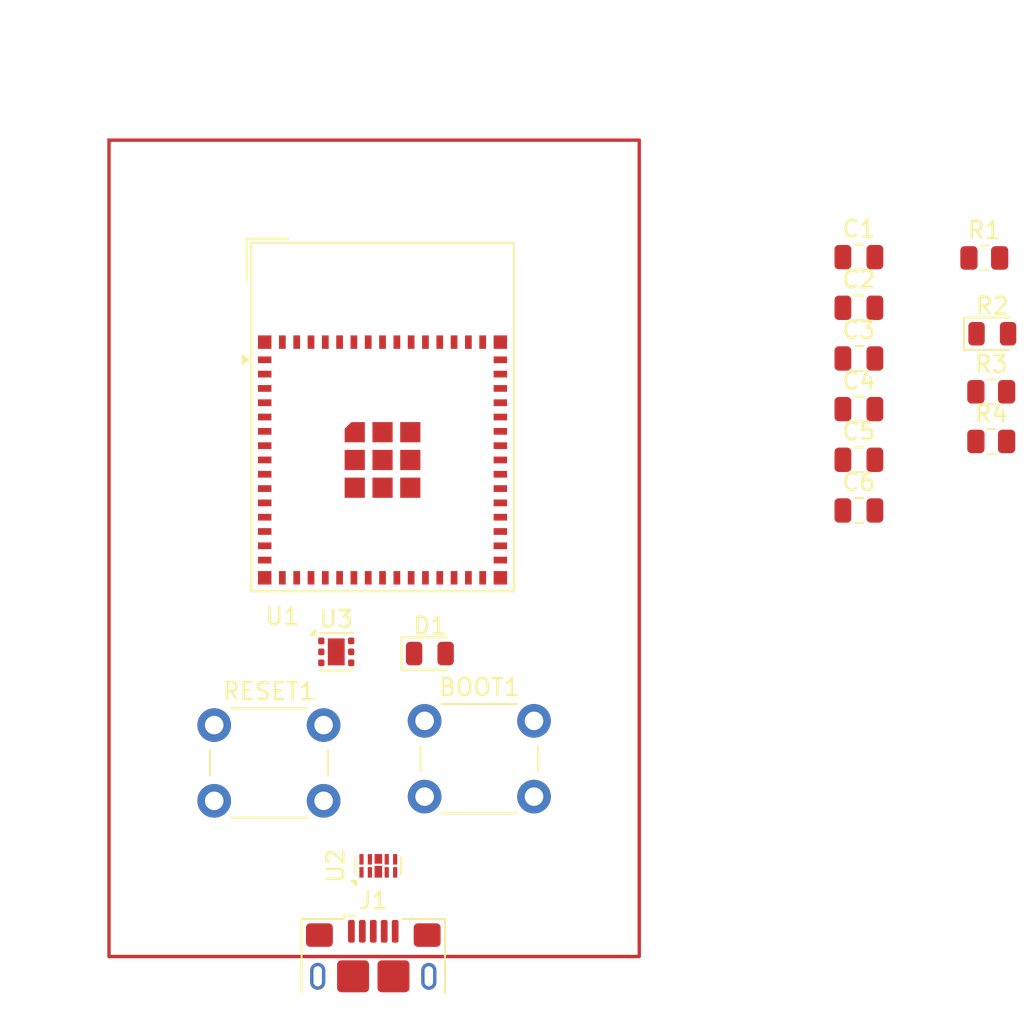
<source format=kicad_pcb>
(kicad_pcb (version 20240108) (generator "pcbnew") (generator_version "8.0")
  (layers (0 "F.Cu" signal) (31 "B.Cu" signal) (34 "B.Paste" user) (35 "F.Paste" user) (36 "B.SilkS" user "B.Silkscreen") (37 "F.SilkS" user "F.Silkscreen") (38 "B.Mask" user) (39 "F.Mask" user) (44 "Edge.Cuts" user))
  (net 0 "")
  (net 1 "Net-(U1-IO0)")
  (net 2 "GND")
  (net 3 "Net-(U1-3V3)")
  (net 4 "Net-(U1-EN)")
  (net 5 "Net-(U3-OUT)")
  (net 6 "Net-(U3-EN)")
  (net 7 "Net-(D1-A)")
  (net 8 "Net-(J1-VBUS)")
  (net 9 "Net-(J1-D-)")
  (net 10 "Net-(J1-D+)")
  (net 13 "Net-(U3-FB)")
  (footprint "Capacitor_SMD:C_0805_2012Metric" (layer "F.Cu") (at 173.05 62.46)
    (property "Reference" "C2" (at 0 -1.68 0) (layer "F.SilkS"))
    (property "Value" "0.1uF")
    (fp_line (start -0.261252 -0.735) (end 0.261252 -0.735) (stroke (width 0.12)) (layer "F.SilkS"))
    (fp_line (start -0.261252 0.735) (end 0.261252 0.735) (stroke (width 0.12)) (layer "F.SilkS"))
    (pad "1" smd roundrect (at -0.95 0) (size 1 1.45) (layers "F.Cu" "F.Paste" "F.Mask") (net 3 "Net-(U1-3V3)"))
    (pad "2" smd roundrect (at 0.95 0) (size 1 1.45) (layers "F.Cu" "F.Paste" "F.Mask") (net 2 "GND"))
  )
  (footprint "LED_SMD:LED_0805_2012Metric" (layer "F.Cu") (at 180.975 64)
    (property "Reference" "R2" (at 0 -1.65 0) (layer "F.SilkS"))
    (property "Value" "1M")
    (fp_line (start -1.685 -0.96) (end -1.685 0.96) (stroke (width 0.12)) (layer "F.SilkS"))
    (fp_line (start -1.685 0.96) (end 1 0.96) (stroke (width 0.12)) (layer "F.SilkS"))
    (fp_line (start 1 -0.96) (end -1.685 -0.96) (stroke (width 0.12)) (layer "F.SilkS"))
    (pad "1" smd roundrect (at -0.9375 0) (size 0.975 1.4) (layers "F.Cu" "F.Paste" "F.Mask") (net 5 "Net-(U3-OUT)"))
    (pad "2" smd roundrect (at 0.9375 0) (size 0.975 1.4) (layers "F.Cu" "F.Paste" "F.Mask") (net 13 "Net-(U3-FB)"))
  )
  (footprint "Connector_USB:USB_Micro-B_Amphenol_10118193-0002LF_Horizontal" (layer "F.Cu") (at 144.2 102.175)
    (property "Reference" "J1" (at 0 -4.5 0) (layer "F.SilkS"))
    (property "Value" "USB_B_Micro" (hide yes))
    (fp_line (start -4.26 -3.41) (end -4.26 0.95) (stroke (width 0.12)) (layer "F.SilkS"))
    (fp_line (start -4.26 -3.41) (end -1.76 -3.41) (stroke (width 0.12)) (layer "F.SilkS"))
    (fp_line (start -1.76 -3.41) (end -1.76 -3.61) (stroke (width 0.12)) (layer "F.SilkS"))
    (fp_line (start -1.1 -3.61) (end -1.76 -3.61) (stroke (width 0.12)) (layer "F.SilkS"))
    (fp_line (start 1.76 -3.41) (end 4.26 -3.41) (stroke (width 0.12)) (layer "F.SilkS"))
    (fp_line (start 4.26 -3.41) (end 4.26 0.95) (stroke (width 0.12)) (layer "F.SilkS"))
    (pad "1" smd roundrect (at -1.3 -2.675) (size 0.4 1.35) (layers "F.Cu" "F.Paste" "F.Mask") (net 8 "Net-(J1-VBUS)"))
    (pad "2" smd roundrect (at -0.65 -2.675) (size 0.4 1.35) (layers "F.Cu" "F.Paste" "F.Mask") (net 9 "Net-(J1-D-)"))
    (pad "3" smd roundrect (at 0 -2.675) (size 0.4 1.35) (layers "F.Cu" "F.Paste" "F.Mask") (net 10 "Net-(J1-D+)"))
    (pad "4" smd roundrect (at 0.65 -2.675) (size 0.4 1.35) (layers "F.Cu" "F.Paste" "F.Mask"))
    (pad "5" smd roundrect (at 1.3 -2.675) (size 0.4 1.35) (layers "F.Cu" "F.Paste" "F.Mask") (net 2 "GND"))
    (pad "6" thru_hole oval (at -3.3 0 90) (size 1.6 0.9) (drill oval 1.2 0.5) (layers "*.Cu" "*.Mask" "F.Paste") (net 2 "GND"))
    (pad "6" smd roundrect (at -3.2 -2.45) (size 1.6 1.4) (layers "F.Cu" "F.Paste" "F.Mask") (roundrect_rratio 0.1785714286) (net 2 "GND"))
    (pad "6" smd roundrect (at -1.2 0) (size 1.9 1.9) (layers "F.Cu" "F.Paste" "F.Mask") (roundrect_rratio 0.1315789474) (net 2 "GND"))
    (pad "6" smd roundrect (at 1.2 0) (size 1.9 1.9) (layers "F.Cu" "F.Paste" "F.Mask") (roundrect_rratio 0.1315789474) (net 2 "GND"))
    (pad "6" smd roundrect (at 3.2 -2.45) (size 1.6 1.4) (layers "F.Cu" "F.Paste" "F.Mask") (roundrect_rratio 0.1785714286) (net 2 "GND"))
    (pad "6" thru_hole oval (at 3.3 0 90) (size 1.6 0.9) (drill oval 1.2 0.5) (layers "*.Cu" "*.Mask" "F.Paste") (net 2 "GND"))
  )
  (footprint "Capacitor_SMD:C_0805_2012Metric" (layer "F.Cu") (at 173.05 68.48)
    (property "Reference" "C4" (at 0 -1.68 0) (layer "F.SilkS"))
    (property "Value" "0.1uF")
    (fp_line (start -0.261252 -0.735) (end 0.261252 -0.735) (stroke (width 0.12)) (layer "F.SilkS"))
    (fp_line (start -0.261252 0.735) (end 0.261252 0.735) (stroke (width 0.12)) (layer "F.SilkS"))
    (pad "1" smd roundrect (at -0.95 0) (size 1 1.45) (layers "F.Cu" "F.Paste" "F.Mask") (net 1 "Net-(U1-IO0)"))
    (pad "2" smd roundrect (at 0.95 0) (size 1 1.45) (layers "F.Cu" "F.Paste" "F.Mask") (net 2 "GND"))
  )
  (footprint "Button_Switch_THT:SW_PUSH_6mm" (layer "F.Cu") (at 134.75 87.25)
    (property "Reference" "RESET1" (at 3.25 -2 0) (layer "F.SilkS"))
    (property "Value" "~")
    (fp_line (start -0.25 1.5) (end -0.25 3) (stroke (width 0.12)) (layer "F.SilkS"))
    (fp_line (start 1 5.5) (end 5.5 5.5) (stroke (width 0.12)) (layer "F.SilkS"))
    (fp_line (start 5.5 -1) (end 1 -1) (stroke (width 0.12)) (layer "F.SilkS"))
    (fp_line (start 6.75 3) (end 6.75 1.5) (stroke (width 0.12)) (layer "F.SilkS"))
    (pad "1" thru_hole circle (at 0 0 90) (size 2 2) (drill 1.1) (layers "*.Cu" "*.Mask") (net 2 "GND"))
    (pad "1" thru_hole circle (at 6.5 0 90) (size 2 2) (drill 1.1) (layers "*.Cu" "*.Mask") (net 2 "GND"))
    (pad "2" thru_hole circle (at 0 4.5 90) (size 2 2) (drill 1.1) (layers "*.Cu" "*.Mask") (net 4 "Net-(U1-EN)"))
    (pad "2" thru_hole circle (at 6.5 4.5 90) (size 2 2) (drill 1.1) (layers "*.Cu" "*.Mask") (net 4 "Net-(U1-EN)"))
  )
  (footprint "Resistor_SMD:R_0805_2012Metric" (layer "F.Cu") (at 180.5 59.5)
    (property "Reference" "R1" (at 0 -1.65 0) (layer "F.SilkS"))
    (property "Value" "10k")
    (fp_line (start -0.227064 -0.735) (end 0.227064 -0.735) (stroke (width 0.12)) (layer "F.SilkS"))
    (fp_line (start -0.227064 0.735) (end 0.227064 0.735) (stroke (width 0.12)) (layer "F.SilkS"))
    (pad "1" smd roundrect (at -0.9125 0) (size 1.025 1.4) (layers "F.Cu" "F.Paste" "F.Mask") (roundrect_rratio 0.243902))
    (pad "2" smd roundrect (at 0.9125 0) (size 1.025 1.4) (layers "F.Cu" "F.Paste" "F.Mask") (roundrect_rratio 0.243902) (net 4 "Net-(U1-EN)"))
  )
  (footprint "LED_SMD:LED_0805_2012Metric" (layer "F.Cu") (at 147.5625 83)
    (property "Reference" "D1" (at 0 -1.65 0) (layer "F.SilkS"))
    (property "Value" "LED" (hide yes))
    (fp_line (start -1.685 -0.96) (end -1.685 0.96) (stroke (width 0.12)) (layer "F.SilkS"))
    (fp_line (start -1.685 0.96) (end 1 0.96) (stroke (width 0.12)) (layer "F.SilkS"))
    (fp_line (start 1 -0.96) (end -1.685 -0.96) (stroke (width 0.12)) (layer "F.SilkS"))
    (pad "1" smd roundrect (at -0.9375 0) (size 0.975 1.4) (layers "F.Cu" "F.Paste" "F.Mask") (net 2 "GND"))
    (pad "2" smd roundrect (at 0.9375 0) (size 0.975 1.4) (layers "F.Cu" "F.Paste" "F.Mask") (net 7 "Net-(D1-A)"))
  )
  (footprint "Capacitor_SMD:C_0805_2012Metric" (layer "F.Cu") (at 173.05 74.5)
    (property "Reference" "C6" (at 0 -1.68 0) (layer "F.SilkS"))
    (property "Value" "10uF")
    (fp_line (start -0.261252 -0.735) (end 0.261252 -0.735) (stroke (width 0.12)) (layer "F.SilkS"))
    (fp_line (start -0.261252 0.735) (end 0.261252 0.735) (stroke (width 0.12)) (layer "F.SilkS"))
    (pad "1" smd roundrect (at -0.95 0) (size 1 1.45) (layers "F.Cu" "F.Paste" "F.Mask") (net 6 "Net-(U3-EN)"))
    (pad "2" smd roundrect (at 0.95 0) (size 1 1.45) (layers "F.Cu" "F.Paste" "F.Mask") (net 2 "GND"))
  )
  (footprint "Capacitor_SMD:C_0805_2012Metric" (layer "F.Cu") (at 173.05 65.47)
    (property "Reference" "C3" (at 0 -1.68 0) (layer "F.SilkS"))
    (property "Value" "0.1uF")
    (fp_line (start -0.261252 -0.735) (end 0.261252 -0.735) (stroke (width 0.12)) (layer "F.SilkS"))
    (fp_line (start -0.261252 0.735) (end 0.261252 0.735) (stroke (width 0.12)) (layer "F.SilkS"))
    (pad "1" smd roundrect (at -0.95 0) (size 1 1.45) (layers "F.Cu" "F.Paste" "F.Mask") (net 4 "Net-(U1-EN)"))
    (pad "2" smd roundrect (at 0.95 0) (size 1 1.45) (layers "F.Cu" "F.Paste" "F.Mask") (net 2 "GND"))
  )
  (footprint "Capacitor_SMD:C_0805_2012Metric" (layer "F.Cu") (at 173.05 59.45)
    (property "Reference" "C1" (at 0 -1.68 0) (layer "F.SilkS"))
    (property "Value" "0.1uF")
    (fp_line (start -0.261252 -0.735) (end 0.261252 -0.735) (stroke (width 0.12)) (layer "F.SilkS"))
    (fp_line (start -0.261252 0.735) (end 0.261252 0.735) (stroke (width 0.12)) (layer "F.SilkS"))
    (pad "1" smd roundrect (at -0.95 0) (size 1 1.45) (layers "F.Cu" "F.Paste" "F.Mask") (net 3 "Net-(U1-3V3)"))
    (pad "2" smd roundrect (at 0.95 0) (size 1 1.45) (layers "F.Cu" "F.Paste" "F.Mask") (net 2 "GND"))
  )
  (footprint "Capacitor_SMD:C_0805_2012Metric" (layer "F.Cu") (at 173.05 71.49)
    (property "Reference" "C5" (at 0 -1.68 0) (layer "F.SilkS"))
    (property "Value" "10uF")
    (fp_line (start -0.261252 -0.735) (end 0.261252 -0.735) (stroke (width 0.12)) (layer "F.SilkS"))
    (fp_line (start -0.261252 0.735) (end 0.261252 0.735) (stroke (width 0.12)) (layer "F.SilkS"))
    (pad "1" smd roundrect (at -0.95 0) (size 1 1.45) (layers "F.Cu" "F.Paste" "F.Mask") (net 5 "Net-(U3-OUT)"))
    (pad "2" smd roundrect (at 0.95 0) (size 1 1.45) (layers "F.Cu" "F.Paste" "F.Mask") (net 2 "GND"))
  )
  (footprint "Package_DFN_QFN:Diodes_UDFN-10_1.0x2.5mm_P0.5mm" (layer "F.Cu") (at 144.5 95.6125 90)
    (property "Reference" "U2" (at 0 -2.54 90) (layer "F.SilkS"))
    (property "Value" "D3V3XA4B10LP" (hide yes))
    (fp_line (start 0.5 -1.36) (end -0.5 -1.36) (stroke (width 0.12)) (layer "F.SilkS"))
    (fp_line (start 0.5 1.36) (end -0.5 1.36) (stroke (width 0.12)) (layer "F.SilkS"))
    (fp_poly (pts (xy -0.89 -1.31) (xy -1.17 -1.31) (xy -0.89 -1.59) (xy -0.89 -1.31)) (stroke (width 0.12)) (fill solid) (layer "F.SilkS"))
    (pad "1" smd rect (at -0.3875 -1) (size 0.25 0.625) (layers "F.Cu" "F.Paste" "F.Mask") (net 9 "Net-(J1-D-)"))
    (pad "2" smd rect (at -0.3875 -0.5) (size 0.25 0.625) (layers "F.Cu" "F.Paste" "F.Mask") (net 10 "Net-(J1-D+)"))
    (pad "3" smd rect (at -0.35 0) (size 0.45 0.7) (layers "F.Cu" "F.Paste" "F.Mask") (net 2 "GND"))
    (pad "4" smd rect (at -0.3875 0.5) (size 0.25 0.625) (layers "F.Cu" "F.Paste" "F.Mask") (net 8 "Net-(J1-VBUS)"))
    (pad "5" smd rect (at -0.3875 1) (size 0.25 0.625) (layers "F.Cu" "F.Paste" "F.Mask"))
    (pad "6" smd rect (at 0.3875 1) (size 0.25 0.625) (layers "F.Cu" "F.Paste" "F.Mask"))
    (pad "7" smd rect (at 0.3875 0.5) (size 0.25 0.625) (layers "F.Cu" "F.Paste" "F.Mask") (net 8 "Net-(J1-VBUS)"))
    (pad "8" smd rect (at 0.4125 0) (size 0.45 0.575) (layers "F.Cu" "F.Paste" "F.Mask") (net 2 "GND"))
    (pad "9" smd rect (at 0.3875 -0.5) (size 0.25 0.625) (layers "F.Cu" "F.Paste" "F.Mask") (net 10 "Net-(J1-D+)"))
    (pad "10" smd rect (at 0.3875 -1) (size 0.25 0.625) (layers "F.Cu" "F.Paste" "F.Mask") (net 9 "Net-(J1-D-)"))
  )
  (footprint "RF_Module:ESP32-S2-MINI-1" (layer "F.Cu") (at 144.75 68.95)
    (property "Reference" "U1" (at -5.95 11.85 0) (layer "F.SilkS"))
    (property "Value" "ESP32-S3-MINI-1")
    (fp_line (start -8.075 -10.6) (end -8.075 -8.15) (stroke (width 0.12)) (layer "F.SilkS"))
    (fp_line (start -8.075 -10.6) (end -5.625 -10.6) (stroke (width 0.12)) (layer "F.SilkS"))
    (fp_line (start -7.8 -10.35) (end 7.8 -10.35) (stroke (width 0.12)) (layer "F.SilkS"))
    (fp_line (start -7.8 10.35) (end -7.8 -10.35) (stroke (width 0.12)) (layer "F.SilkS"))
    (fp_line (start 7.8 -10.35) (end 7.8 10.35) (stroke (width 0.12)) (layer "F.SilkS"))
    (fp_line (start 7.8 10.35) (end -7.8 10.35) (stroke (width 0.12)) (layer "F.SilkS"))
    (fp_poly (pts (xy -7.975 -3.4) (xy -8.311 -3.16) (xy -8.311 -3.64) (xy -7.975 -3.4)) (stroke (width 0.12)) (fill solid) (layer "F.SilkS"))
    (pad "1" smd rect (at -7 -3.4) (size 0.8 0.4) (layers "F.Cu" "F.Paste" "F.Mask") (net 2 "GND"))
    (pad "2" smd rect (at -7 -2.55) (size 0.8 0.4) (layers "F.Cu" "F.Paste" "F.Mask") (net 2 "GND"))
    (pad "3" smd rect (at -7 -1.7) (size 0.8 0.4) (layers "F.Cu" "F.Paste" "F.Mask") (net 3 "Net-(U1-3V3)"))
    (pad "4" smd rect (at -7 -0.85) (size 0.8 0.4) (layers "F.Cu" "F.Paste" "F.Mask") (net 1 "Net-(U1-IO0)"))
    (pad "5" smd rect (at -7 0) (size 0.8 0.4) (layers "F.Cu" "F.Paste" "F.Mask"))
    (pad "6" smd rect (at -7 0.85) (size 0.8 0.4) (layers "F.Cu" "F.Paste" "F.Mask"))
    (pad "7" smd rect (at -7 1.7) (size 0.8 0.4) (layers "F.Cu" "F.Paste" "F.Mask"))
    (pad "8" smd rect (at -7 2.55) (size 0.8 0.4) (layers "F.Cu" "F.Paste" "F.Mask"))
    (pad "9" smd rect (at -7 3.4) (size 0.8 0.4) (layers "F.Cu" "F.Paste" "F.Mask"))
    (pad "10" smd rect (at -7 4.25) (size 0.8 0.4) (layers "F.Cu" "F.Paste" "F.Mask"))
    (pad "11" smd rect (at -7 5.1) (size 0.8 0.4) (layers "F.Cu" "F.Paste" "F.Mask"))
    (pad "12" smd rect (at -7 5.95) (size 0.8 0.4) (layers "F.Cu" "F.Paste" "F.Mask"))
    (pad "13" smd rect (at -7 6.8) (size 0.8 0.4) (layers "F.Cu" "F.Paste" "F.Mask"))
    (pad "14" smd rect (at -7 7.65) (size 0.8 0.4) (layers "F.Cu" "F.Paste" "F.Mask"))
    (pad "15" smd rect (at -7 8.5) (size 0.8 0.4) (layers "F.Cu" "F.Paste" "F.Mask"))
    (pad "16" smd rect (at -5.95 9.55 90) (size 0.8 0.4) (layers "F.Cu" "F.Paste" "F.Mask"))
    (pad "17" smd rect (at -5.1 9.55 90) (size 0.8 0.4) (layers "F.Cu" "F.Paste" "F.Mask"))
    (pad "18" smd rect (at -4.25 9.55 90) (size 0.8 0.4) (layers "F.Cu" "F.Paste" "F.Mask"))
    (pad "19" smd rect (at -3.4 9.55 90) (size 0.8 0.4) (layers "F.Cu" "F.Paste" "F.Mask"))
    (pad "20" smd rect (at -2.55 9.55 90) (size 0.8 0.4) (layers "F.Cu" "F.Paste" "F.Mask"))
    (pad "21" smd rect (at -1.7 9.55 90) (size 0.8 0.4) (layers "F.Cu" "F.Paste" "F.Mask"))
    (pad "22" smd rect (at -0.85 9.55 90) (size 0.8 0.4) (layers "F.Cu" "F.Paste" "F.Mask"))
    (pad "23" smd rect (at 0 9.55 90) (size 0.8 0.4) (layers "F.Cu" "F.Paste" "F.Mask"))
    (pad "24" smd rect (at 0.85 9.55 90) (size 0.8 0.4) (layers "F.Cu" "F.Paste" "F.Mask"))
    (pad "25" smd rect (at 1.7 9.55 90) (size 0.8 0.4) (layers "F.Cu" "F.Paste" "F.Mask"))
    (pad "26" smd rect (at 2.55 9.55 90) (size 0.8 0.4) (layers "F.Cu" "F.Paste" "F.Mask"))
    (pad "27" smd rect (at 3.4 9.55 90) (size 0.8 0.4) (layers "F.Cu" "F.Paste" "F.Mask"))
    (pad "28" smd rect (at 4.25 9.55 90) (size 0.8 0.4) (layers "F.Cu" "F.Paste" "F.Mask"))
    (pad "29" smd rect (at 5.1 9.55 90) (size 0.8 0.4) (layers "F.Cu" "F.Paste" "F.Mask"))
    (pad "30" smd rect (at 5.95 9.55 90) (size 0.8 0.4) (layers "F.Cu" "F.Paste" "F.Mask"))
    (pad "31" smd rect (at 7 8.5) (size 0.8 0.4) (layers "F.Cu" "F.Paste" "F.Mask"))
    (pad "32" smd rect (at 7 7.65) (size 0.8 0.4) (layers "F.Cu" "F.Paste" "F.Mask"))
    (pad "33" smd rect (at 7 6.8) (size 0.8 0.4) (layers "F.Cu" "F.Paste" "F.Mask"))
    (pad "34" smd rect (at 7 5.95) (size 0.8 0.4) (layers "F.Cu" "F.Paste" "F.Mask"))
    (pad "35" smd rect (at 7 5.1) (size 0.8 0.4) (layers "F.Cu" "F.Paste" "F.Mask"))
    (pad "36" smd rect (at 7 4.25) (size 0.8 0.4) (layers "F.Cu" "F.Paste" "F.Mask"))
    (pad "37" smd rect (at 7 3.4) (size 0.8 0.4) (layers "F.Cu" "F.Paste" "F.Mask"))
    (pad "38" smd rect (at 7 2.55) (size 0.8 0.4) (layers "F.Cu" "F.Paste" "F.Mask"))
    (pad "39" smd rect (at 7 1.7) (size 0.8 0.4) (layers "F.Cu" "F.Paste" "F.Mask"))
    (pad "40" smd rect (at 7 0.85) (size 0.8 0.4) (layers "F.Cu" "F.Paste" "F.Mask"))
    (pad "41" smd rect (at 7 0) (size 0.8 0.4) (layers "F.Cu" "F.Paste" "F.Mask"))
    (pad "42" smd rect (at 7 -0.85) (size 0.8 0.4) (layers "F.Cu" "F.Paste" "F.Mask") (net 2 "GND"))
    (pad "43" smd rect (at 7 -1.7) (size 0.8 0.4) (layers "F.Cu" "F.Paste" "F.Mask") (net 2 "GND"))
    (pad "44" smd rect (at 7 -2.55) (size 0.8 0.4) (layers "F.Cu" "F.Paste" "F.Mask"))
    (pad "45" smd rect (at 7 -3.4) (size 0.8 0.4) (layers "F.Cu" "F.Paste" "F.Mask") (net 4 "Net-(U1-EN)"))
    (pad "46" smd rect (at 5.95 -4.45 90) (size 0.8 0.4) (layers "F.Cu" "F.Paste" "F.Mask") (net 2 "GND"))
    (pad "47" smd rect (at 5.1 -4.45 90) (size 0.8 0.4) (layers "F.Cu" "F.Paste" "F.Mask") (net 2 "GND"))
    (pad "48" smd rect (at 4.25 -4.45 90) (size 0.8 0.4) (layers "F.Cu" "F.Paste" "F.Mask") (net 2 "GND"))
    (pad "49" smd rect (at 3.4 -4.45 90) (size 0.8 0.4) (layers "F.Cu" "F.Paste" "F.Mask") (net 2 "GND"))
    (pad "50" smd rect (at 2.55 -4.45 90) (size 0.8 0.4) (layers "F.Cu" "F.Paste" "F.Mask") (net 2 "GND"))
    (pad "51" smd rect (at 1.7 -4.45 90) (size 0.8 0.4) (layers "F.Cu" "F.Paste" "F.Mask") (net 2 "GND"))
    (pad "52" smd rect (at 0.85 -4.45 90) (size 0.8 0.4) (layers "F.Cu" "F.Paste" "F.Mask") (net 2 "GND"))
    (pad "53" smd rect (at 0 -4.45 90) (size 0.8 0.4) (layers "F.Cu" "F.Paste" "F.Mask") (net 2 "GND"))
    (pad "54" smd rect (at -0.85 -4.45 90) (size 0.8 0.4) (layers "F.Cu" "F.Paste" "F.Mask") (net 2 "GND"))
    (pad "55" smd rect (at -1.7 -4.45 90) (size 0.8 0.4) (layers "F.Cu" "F.Paste" "F.Mask") (net 2 "GND"))
    (pad "56" smd rect (at -2.55 -4.45 90) (size 0.8 0.4) (layers "F.Cu" "F.Paste" "F.Mask") (net 2 "GND"))
    (pad "57" smd rect (at -3.4 -4.45 90) (size 0.8 0.4) (layers "F.Cu" "F.Paste" "F.Mask") (net 2 "GND"))
    (pad "58" smd rect (at -4.25 -4.45 90) (size 0.8 0.4) (layers "F.Cu" "F.Paste" "F.Mask") (net 2 "GND"))
    (pad "59" smd rect (at -5.1 -4.45 90) (size 0.8 0.4) (layers "F.Cu" "F.Paste" "F.Mask") (net 2 "GND"))
    (pad "60" smd rect (at -5.95 -4.45 90) (size 0.8 0.4) (layers "F.Cu" "F.Paste" "F.Mask") (net 2 "GND"))
    (pad "61" smd roundrect (at -1.65 0.9) (size 1.2 1.2) (layers "F.Cu" "F.Paste" "F.Mask") (roundrect_rratio 0) (chamfer_ratio 0.33) (chamfer top_left) (net 2 "GND"))
    (pad "61" smd rect (at -1.65 2.55) (size 1.2 1.2) (layers "F.Cu" "F.Paste" "F.Mask") (net 2 "GND"))
    (pad "61" smd rect (at -1.65 4.2) (size 1.2 1.2) (layers "F.Cu" "F.Paste" "F.Mask") (net 2 "GND"))
    (pad "61" smd rect (at 0 0.9) (size 1.2 1.2) (layers "F.Cu" "F.Paste" "F.Mask") (net 2 "GND"))
    (pad "61" smd rect (at 0 2.55) (size 1.2 1.2) (layers "F.Cu" "F.Paste" "F.Mask") (net 2 "GND"))
    (pad "61" smd rect (at 0 4.2) (size 1.2 1.2) (layers "F.Cu" "F.Paste" "F.Mask") (net 2 "GND"))
    (pad "61" smd rect (at 1.65 0.9) (size 1.2 1.2) (layers "F.Cu" "F.Paste" "F.Mask") (net 2 "GND"))
    (pad "61" smd rect (at 1.65 2.55) (size 1.2 1.2) (layers "F.Cu" "F.Paste" "F.Mask") (net 2 "GND"))
    (pad "61" smd rect (at 1.65 4.2) (size 1.2 1.2) (layers "F.Cu" "F.Paste" "F.Mask") (net 2 "GND"))
    (pad "62" smd rect (at -7 -4.45) (size 0.8 0.8) (layers "F.Cu" "F.Paste" "F.Mask") (net 2 "GND"))
    (pad "63" smd rect (at -7 9.55) (size 0.8 0.8) (layers "F.Cu" "F.Paste" "F.Mask") (net 2 "GND"))
    (pad "64" smd rect (at 7 9.55) (size 0.8 0.8) (layers "F.Cu" "F.Paste" "F.Mask") (net 2 "GND"))
    (pad "65" smd rect (at 7 -4.45) (size 0.8 0.8) (layers "F.Cu" "F.Paste" "F.Mask") (net 2 "GND"))
  )
  (footprint "Resistor_SMD:R_0805_2012Metric" (layer "F.Cu") (at 180.9125 67.45)
    (property "Reference" "R3" (at 0 -1.65 0) (layer "F.SilkS"))
    (property "Value" "200k")
    (fp_line (start -0.227064 -0.735) (end 0.227064 -0.735) (stroke (width 0.12)) (layer "F.SilkS"))
    (fp_line (start -0.227064 0.735) (end 0.227064 0.735) (stroke (width 0.12)) (layer "F.SilkS"))
    (pad "1" smd roundrect (at -0.9125 0) (size 1.025 1.4) (layers "F.Cu" "F.Paste" "F.Mask") (roundrect_rratio 0.243902) (net 13 "Net-(U3-FB)"))
    (pad "2" smd roundrect (at 0.9125 0) (size 1.025 1.4) (layers "F.Cu" "F.Paste" "F.Mask") (roundrect_rratio 0.243902) (net 2 "GND"))
  )
  (footprint "Resistor_SMD:R_0805_2012Metric" (layer "F.Cu") (at 180.9125 70.4)
    (property "Reference" "R4" (at 0 -1.65 0) (layer "F.SilkS"))
    (property "Value" "5.1k")
    (fp_line (start -0.227064 -0.735) (end 0.227064 -0.735) (stroke (width 0.12)) (layer "F.SilkS"))
    (fp_line (start -0.227064 0.735) (end 0.227064 0.735) (stroke (width 0.12)) (layer "F.SilkS"))
    (pad "1" smd roundrect (at -0.9125 0) (size 1.025 1.4) (layers "F.Cu" "F.Paste" "F.Mask") (roundrect_rratio 0.243902) (net 5 "Net-(U3-OUT)"))
    (pad "2" smd roundrect (at 0.9125 0) (size 1.025 1.4) (layers "F.Cu" "F.Paste" "F.Mask") (roundrect_rratio 0.243902) (net 7 "Net-(D1-A)"))
  )
  (footprint "Button_Switch_THT:SW_PUSH_6mm" (layer "F.Cu") (at 147.25 87)
    (property "Reference" "BOOT1" (at 3.25 -2 0) (layer "F.SilkS"))
    (property "Value" "~")
    (fp_line (start -0.25 1.5) (end -0.25 3) (stroke (width 0.12)) (layer "F.SilkS"))
    (fp_line (start 1 5.5) (end 5.5 5.5) (stroke (width 0.12)) (layer "F.SilkS"))
    (fp_line (start 5.5 -1) (end 1 -1) (stroke (width 0.12)) (layer "F.SilkS"))
    (fp_line (start 6.75 3) (end 6.75 1.5) (stroke (width 0.12)) (layer "F.SilkS"))
    (pad "1" thru_hole circle (at 0 0 90) (size 2 2) (drill 1.1) (layers "*.Cu" "*.Mask") (net 2 "GND"))
    (pad "1" thru_hole circle (at 6.5 0 90) (size 2 2) (drill 1.1) (layers "*.Cu" "*.Mask") (net 2 "GND"))
    (pad "2" thru_hole circle (at 0 4.5 90) (size 2 2) (drill 1.1) (layers "*.Cu" "*.Mask") (net 1 "Net-(U1-IO0)"))
    (pad "2" thru_hole circle (at 6.5 4.5 90) (size 2 2) (drill 1.1) (layers "*.Cu" "*.Mask") (net 1 "Net-(U1-IO0)"))
  )
  (footprint "Package_SON:WSON-6-1EP_2x2mm_P0.65mm_EP1x1.6mm" (layer "F.Cu") (at 142 82.9)
    (property "Reference" "U3" (at 0 -1.95 0) (layer "F.SilkS"))
    (property "Value" "TLV75801PDRV" (hide yes))
    (fp_line (start -1 -1.11) (end 1 -1.11) (stroke (width 0.12)) (layer "F.SilkS"))
    (fp_line (start -1 1.11) (end 1 1.11) (stroke (width 0.12)) (layer "F.SilkS"))
    (fp_poly (pts (xy -1.24 -1.01) (xy -1.52 -1.01) (xy -1.24 -1.29) (xy -1.24 -1.01)) (stroke (width 0.12)) (fill solid) (layer "F.SilkS"))
    (pad "1" smd roundrect (at -0.8875 -0.65) (size 0.375 0.4) (layers "F.Cu" "F.Paste" "F.Mask") (net 5 "Net-(U3-OUT)"))
    (pad "2" smd roundrect (at -0.8875 0) (size 0.375 0.4) (layers "F.Cu" "F.Paste" "F.Mask") (net 13 "Net-(U3-FB)"))
    (pad "3" smd roundrect (at -0.8875 0.65) (size 0.375 0.4) (layers "F.Cu" "F.Paste" "F.Mask") (net 2 "GND"))
    (pad "4" smd roundrect (at 0.8875 0.65) (size 0.375 0.4) (layers "F.Cu" "F.Paste" "F.Mask") (net 6 "Net-(U3-EN)"))
    (pad "5" smd roundrect (at 0.8875 0) (size 0.375 0.4) (layers "F.Cu" "F.Paste" "F.Mask"))
    (pad "6" smd roundrect (at 0.8875 -0.65) (size 0.375 0.4) (layers "F.Cu" "F.Paste" "F.Mask") (net 6 "Net-(U3-EN)"))
    (pad "7" smd rect (at 0 0) (size 1 1.6) (property pad_prop_heatsink) (layers "F.Cu" "F.Mask") (net 2 "GND"))
  )
  (gr_rect (start 128.5 52.5) (end 160 101) (stroke (width 0.2)) (fill none) (layer "F.Cu"))
)
</source>
